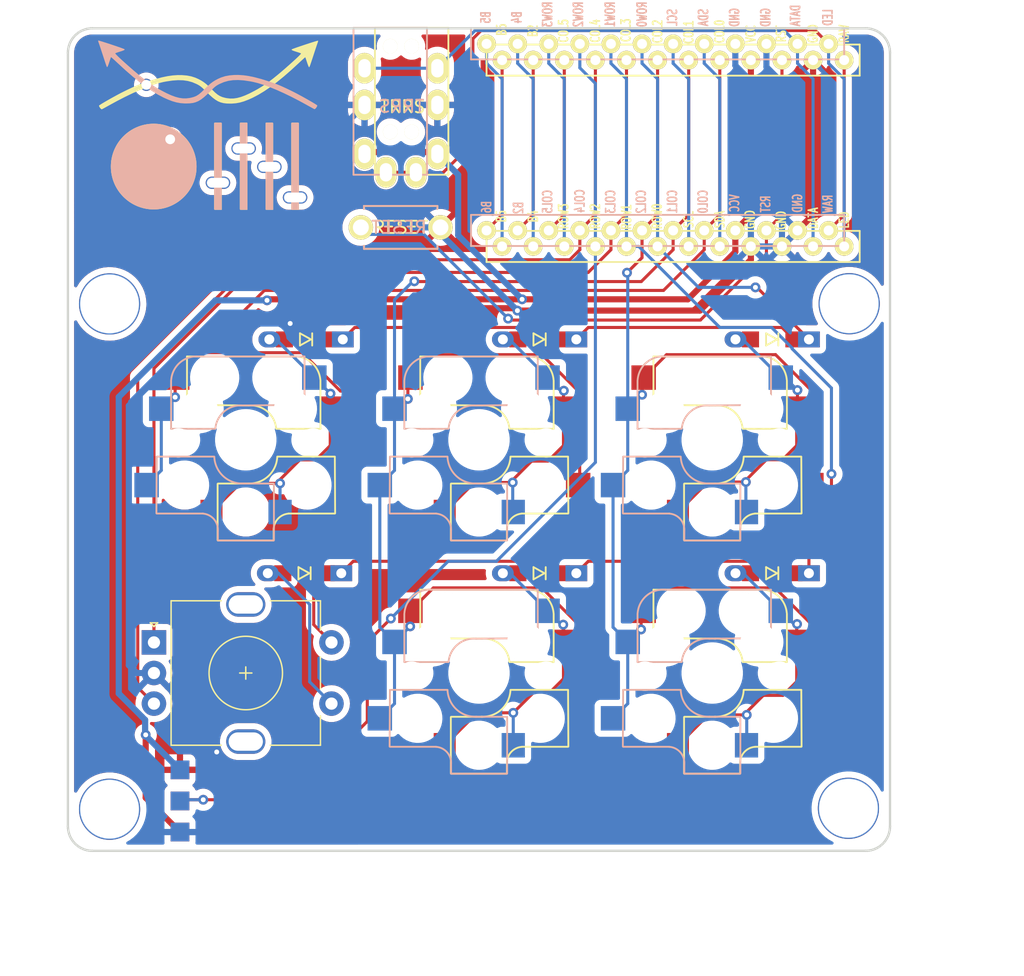
<source format=kicad_pcb>
(kicad_pcb (version 20211014) (generator pcbnew)
  (title_block (title "Seekbar Control Keyboard") (date "2023-12-14"))
  (layers (0 "F.Cu" signal) (31 "B.Cu" signal) (34 "B.Paste" user) (35 "F.Paste" user) (36 "B.SilkS" user "B.Silkscreen") (37 "F.SilkS" user "F.Silkscreen") (38 "B.Mask" user) (39 "F.Mask" user) (44 "Edge.Cuts" user))
  (net 0 "")
  (net 1 "row-0")
  (net 2 "Net-(D1-Pad2)")
  (net 3 "row-1")
  (net 4 "Net-(D2-Pad2)")
  (net 5 "Net-(D3-Pad2)")
  (net 6 "Net-(D4-Pad2)")
  (net 7 "Net-(D5-Pad2)")
  (net 8 "Net-(D6-Pad2)")
  (net 9 "VCC")
  (net 10 "data-TX")
  (net 11 "data-RX")
  (net 12 "GND")
  (net 13 "led-Din")
  (net 14 "col-0")
  (net 15 "rotary-A")
  (net 16 "rotary-B")
  (net 17 "col-1")
  (net 18 "reset")
  (net 19 "col-2")
  (net 20 "unconnected-(U1-Pad24)")
  (net 21 "unconnected-(U1-Pad15)")
  (net 22 "unconnected-(U1-Pad14)")
  (net 23 "unconnected-(U1-Pad13)")
  (net 24 "unconnected-(U1-Pad12)")
  (net 25 "unconnected-(U1-Pad11)")
  (net 26 "unconnected-(U1-Pad10)")
  (net 27 "unconnected-(U1-Pad6)")
  (net 28 "unconnected-(U1-Pad5)")
  (footprint "kbd.pretty:D3_TH_SMD_v2" (layer "F.Cu") (at 87.157504 101.519499 180)
    (fp_text reference "D5" hide)
    (fp_text value "D" hide)
  )
  (footprint "kbd.pretty:MJ-4PP-9" (layer "F.Cu") (at 57.707504 76.069499)
    (fp_text reference "J1")
    (fp_text value "MJ-4PP-9" hide)
  )
  (footprint "kbd.pretty:ResetSW" (layer "F.Cu") (at 56.807504 92.369499 180)
    (fp_text reference "SW5" hide)
    (fp_text value "RESET_SW")
  )
  (footprint "kbd.pretty:D3_TH_SMD_v2" (layer "F.Cu") (at 68.157504 120.619499 180)
    (fp_text reference "D4" hide)
    (fp_text value "D" hide)
  )
  (footprint "kbd.pretty:CherryMX_Choc_Hotswap" (layer "F.Cu") (at 63.207504 109.719499)
    (fp_text reference "SW3" hide)
    (fp_text value "SW_PUSH" hide)
  )
  (footprint "kbd.pretty:HOLE" (layer "F.Cu") (at 33.033004 98.619499)
    (fp_text reference "Ref**")
    (fp_text value "Val**")
  )
  (footprint "kbd.pretty:D3_TH_SMD_v2" (layer "F.Cu") (at 87.157504 120.619499 180)
    (fp_text reference "D6" hide)
    (fp_text value "D" hide)
  )
  (footprint "kbd.pretty:HOLE" (layer "F.Cu") (at 93.384004 139.819499)
    (fp_text reference "Ref**")
    (fp_text value "Val**")
  )
  (footprint "kbd.pretty:D3_TH_SMD_v2" (layer "F.Cu") (at 48.957504 120.619499 180)
    (fp_text reference "D2" hide)
    (fp_text value "D" hide)
  )
  (footprint "kbd.pretty:CherryMX_Choc_Hotswap" (layer "F.Cu") (at 82.257504 128.769499)
    (fp_text reference "SW7" hide)
    (fp_text value "SW_PUSH" hide)
  )
  (footprint "kbd.pretty:ProMicro_v2" (layer "F.Cu") (at 78.557504 86.269499 -90)
    (fp_text reference "U1" hide)
    (fp_text value "ProMicro" hide)
  )
  (footprint "kbd.pretty:CherryMX_Choc_Hotswap" (layer "F.Cu") (at 82.257504 109.719499)
    (fp_text reference "SW6" hide)
    (fp_text value "SW_PUSH" hide)
  )
  (footprint "kbd.pretty:D3_TH_SMD_v2" (layer "F.Cu") (at 68.157504 101.519499 180)
    (fp_text reference "D3" hide)
    (fp_text value "D" hide)
  )
  (footprint "kbd.pretty:HOLE" (layer "F.Cu") (at 33.033004 139.896001)
    (fp_text reference "Ref**")
    (fp_text value "Val**")
  )
  (footprint "kbd.pretty:CherryMX_Choc_Hotswap" (layer "F.Cu") (at 44.157504 109.719499)
    (fp_text reference "SW1" hide)
    (fp_text value "SW_PUSH" hide)
  )
  (footprint "kbd.pretty:StripLED_rev" (layer "F.Cu") (at 38.784004 136.679499)
    (fp_text reference "J2" hide)
    (fp_text value "LED" hide)
  )
  (footprint "logo.pretty:SCK-logo" (layer "F.Cu") (at 41.034071 83.874503)
    (fp_text reference "REF**" hide)
    (fp_text value "SCK-logo" hide)
  )
  (footprint "kbd.pretty:CherryMX_Choc_Hotswap" (layer "F.Cu") (at 63.207504 128.769499)
    (fp_text reference "SW4" hide)
    (fp_text value "SW_PUSH" hide)
  )
  (footprint "kbd.pretty:D3_TH_SMD_v2" (layer "F.Cu") (at 49.082504 101.519499 180)
    (fp_text reference "D1" hide)
    (fp_text value "D" hide)
  )
  (footprint "kbd.pretty:HOLE" (layer "F.Cu") (at 93.445504 98.604499)
    (fp_text reference "Ref**")
    (fp_text value "Val**")
  )
  (footprint "Keebio-Parts.pretty:RotaryEncoder_EC11" (layer "F.Cu") (at 44.157504 128.769499)
    (fp_text reference "SW2")
    (fp_text value "RotaryEncoder_Switch")
  )
  (gr_line (start 30.454504 76.488497) (end 30.454504 76.488497) (layer "Edge.Cuts") (width 0.188976))
  (gr_line (start 95.399501 143.196493) (end 95.399501 143.196493) (layer "Edge.Cuts") (width 0.188976))
  (gr_line (start 30.722504 76.324497) (end 30.864504 76.259497) (layer "Edge.Cuts") (width 0.188976))
  (gr_line (start 30.011504 142.469496) (end 29.924504 142.338499) (layer "Edge.Cuts") (width 0.188976))
  (gr_line (start 96.079501 142.814497) (end 96.079501 142.814497) (layer "Edge.Cuts") (width 0.188976))
  (gr_line (start 31.473504 143.287497) (end 31.317504 143.269499) (layer "Edge.Cuts") (width 0.188976))
  (gr_line (start 95.956507 142.912497) (end 95.956507 142.912497) (layer "Edge.Cuts") (width 0.188976))
  (gr_line (start 31.163504 76.162497) (end 31.317504 76.131497) (layer "Edge.Cuts") (width 0.188976))
  (gr_line (start 96.756503 77.794497) (end 96.756503 77.794497) (layer "Edge.Cuts") (width 0.188976))
  (gr_line (start 31.163504 143.238501) (end 31.011504 143.196493) (layer "Edge.Cuts") (width 0.188976))
  (gr_line (start 29.727504 77.488497) (end 29.782504 77.341497) (layer "Edge.Cuts") (width 0.188976))
  (gr_line (start 96.780505 78.107497) (end 96.781504 141.294501) (layer "Edge.Cuts") (width 0.188976))
  (gr_line (start 95.546504 76.259497) (end 95.546504 76.259497) (layer "Edge.Cuts") (width 0.188976))
  (gr_line (start 96.781504 141.294501) (end 96.774501 141.450499) (layer "Edge.Cuts") (width 0.188976))
  (gr_line (start 31.163504 76.162497) (end 31.163504 76.162497) (layer "Edge.Cuts") (width 0.188976))
  (gr_line (start 31.011504 143.196493) (end 30.864504 143.141501) (layer "Edge.Cuts") (width 0.188976))
  (gr_line (start 96.725505 141.760496) (end 96.725505 141.760496) (layer "Edge.Cuts") (width 0.188976))
  (gr_line (start 96.301501 76.808497) (end 96.301501 76.808497) (layer "Edge.Cuts") (width 0.188976))
  (gr_line (start 29.629504 141.294501) (end 29.629504 141.294501) (layer "Edge.Cuts") (width 0.188976))
  (gr_line (start 29.630504 78.107497) (end 29.630504 78.107497) (layer "Edge.Cuts") (width 0.188976))
  (gr_line (start 29.847504 77.199497) (end 29.847504 77.199497) (layer "Edge.Cuts") (width 0.188976))
  (gr_line (start 29.654504 77.794497) (end 29.654504 77.794497) (layer "Edge.Cuts") (width 0.188976))
  (gr_line (start 29.847504 77.199497) (end 29.924504 77.062497) (layer "Edge.Cuts") (width 0.188976))
  (gr_line (start 94.937503 143.287497) (end 94.937503 143.287497) (layer "Edge.Cuts") (width 0.188976))
  (gr_line (start 95.2475 76.162497) (end 95.399501 76.204497) (layer "Edge.Cuts") (width 0.188976))
  (gr_line (start 29.636504 141.450499) (end 29.629504 141.294501) (layer "Edge.Cuts") (width 0.188976))
  (gr_line (start 29.685504 141.760496) (end 29.685504 141.760496) (layer "Edge.Cuts") (width 0.188976))
  (gr_line (start 96.195506 142.708494) (end 96.079501 142.814497) (layer "Edge.Cuts") (width 0.188976))
  (gr_line (start 31.473504 143.287497) (end 31.473504 143.287497) (layer "Edge.Cuts") (width 0.188976))
  (gr_line (start 30.011504 76.931497) (end 30.011504 76.931497) (layer "Edge.Cuts") (width 0.188976))
  (gr_line (start 30.011504 142.469496) (end 30.011504 142.469496) (layer "Edge.Cuts") (width 0.188976))
  (gr_line (start 29.782504 142.0595) (end 29.782504 142.0595) (layer "Edge.Cuts") (width 0.188976))
  (gr_line (start 31.317504 143.269499) (end 31.317504 143.269499) (layer "Edge.Cuts") (width 0.188976))
  (gr_line (start 30.331504 142.814497) (end 30.331504 142.814497) (layer "Edge.Cuts") (width 0.188976))
  (gr_line (start 31.011504 76.204497) (end 31.163504 76.162497) (layer "Edge.Cuts") (width 0.188976))
  (gr_line (start 96.628505 77.341497) (end 96.683505 77.488497) (layer "Edge.Cuts") (width 0.188976))
  (gr_line (start 30.215504 142.708494) (end 30.215504 142.708494) (layer "Edge.Cuts") (width 0.188976))
  (gr_line (start 95.2475 143.238501) (end 95.093501 143.269499) (layer "Edge.Cuts") (width 0.188976))
  (gr_line (start 29.847504 142.201498) (end 29.782504 142.0595) (layer "Edge.Cuts") (width 0.188976))
  (gr_line (start 29.654504 141.606497) (end 29.636504 141.450499) (layer "Edge.Cuts") (width 0.188976))
  (gr_line (start 96.683505 77.488497) (end 96.725505 77.640497) (layer "Edge.Cuts") (width 0.188976))
  (gr_line (start 96.486506 142.338499) (end 96.486506 142.338499) (layer "Edge.Cuts") (width 0.188976))
  (gr_line (start 96.683505 77.488497) (end 96.683505 77.488497) (layer "Edge.Cuts") (width 0.188976))
  (gr_line (start 30.864504 143.141501) (end 30.722504 143.076498) (layer "Edge.Cuts") (width 0.188976))
  (gr_line (start 95.399501 76.204497) (end 95.546504 76.259497) (layer "Edge.Cuts") (width 0.188976))
  (gr_line (start 30.331504 142.814497) (end 30.215504 142.708494) (layer "Edge.Cuts") (width 0.188976))
  (gr_line (start 96.683505 141.912497) (end 96.628505 142.0595) (layer "Edge.Cuts") (width 0.188976))
  (gr_line (start 30.585504 142.999495) (end 30.454504 142.912497) (layer "Edge.Cuts") (width 0.188976))
  (gr_line (start 96.628505 142.0595) (end 96.563502 142.201498) (layer "Edge.Cuts") (width 0.188976))
  (gr_line (start 96.399501 76.931497) (end 96.399501 76.931497) (layer "Edge.Cuts") (width 0.188976))
  (gr_line (start 96.628505 142.0595) (end 96.628505 142.0595) (layer "Edge.Cuts") (width 0.188976))
  (gr_line (start 95.546504 143.141501) (end 95.399501 143.196493) (layer "Edge.Cuts") (width 0.188976))
  (gr_line (start 30.109504 76.808497) (end 30.215504 76.692497) (layer "Edge.Cuts") (width 0.188976))
  (gr_line (start 30.454504 76.488497) (end 30.585504 76.401497) (layer "Edge.Cuts") (width 0.188976))
  (gr_line (start 31.630504 143.294501) (end 31.630504 143.294501) (layer "Edge.Cuts") (width 0.188976))
  (gr_line (start 95.2475 143.238501) (end 95.2475 143.238501) (layer "Edge.Cuts") (width 0.188976))
  (gr_line (start 96.628505 77.341497) (end 96.628505 77.341497) (layer "Edge.Cuts") (width 0.188976))
  (gr_line (start 96.774501 77.950497) (end 96.780505 78.107497) (layer "Edge.Cuts") (width 0.188976))
  (gr_line (start 29.782504 77.341497) (end 29.847504 77.199497) (layer "Edge.Cuts") (width 0.188976))
  (gr_line (start 31.163504 143.238501) (end 31.163504 143.238501) (layer "Edge.Cuts") (width 0.188976))
  (gr_line (start 95.825503 76.401497) (end 95.956507 76.488497) (layer "Edge.Cuts") (width 0.188976))
  (gr_line (start 95.546504 143.141501) (end 95.546504 143.141501) (layer "Edge.Cuts") (width 0.188976))
  (gr_line (start 96.780505 78.107497) (end 96.780505 78.107497) (layer "Edge.Cuts") (width 0.188976))
  (gr_line (start 31.011504 76.204497) (end 31.011504 76.204497) (layer "Edge.Cuts") (width 0.188976))
  (gr_line (start 29.924504 142.338499) (end 29.847504 142.201498) (layer "Edge.Cuts") (width 0.188976))
  (gr_line (start 30.109504 142.592497) (end 30.011504 142.469496) (layer "Edge.Cuts") (width 0.188976))
  (gr_line (start 95.093501 76.131497) (end 95.2475 76.162497) (layer "Edge.Cuts") (width 0.188976))
  (gr_line (start 95.956507 142.912497) (end 95.825503 142.999495) (layer "Edge.Cuts") (width 0.188976))
  (gr_line (start 29.629504 141.294501) (end 29.630504 78.107497) (layer "Edge.Cuts") (width 0.188976))
  (gr_line (start 96.774501 141.450499) (end 96.756503 141.606497) (layer "Edge.Cuts") (width 0.188976))
  (gr_line (start 96.399501 76.931497) (end 96.486506 77.062497) (layer "Edge.Cuts") (width 0.188976))
  (gr_line (start 30.864504 143.141501) (end 30.864504 143.141501) (layer "Edge.Cuts") (width 0.188976))
  (gr_line (start 96.195506 76.692497) (end 96.301501 76.808497) (layer "Edge.Cuts") (width 0.188976))
  (gr_line (start 31.630504 143.294501) (end 31.473504 143.287497) (layer "Edge.Cuts") (width 0.188976))
  (gr_line (start 29.782504 77.341497) (end 29.782504 77.341497) (layer "Edge.Cuts") (width 0.188976))
  (gr_line (start 29.636504 77.950497) (end 29.636504 77.950497) (layer "Edge.Cuts") (width 0.188976))
  (gr_line (start 29.924504 142.338499) (end 29.924504 142.338499) (layer "Edge.Cuts") (width 0.188976))
  (gr_line (start 30.864504 76.259497) (end 30.864504 76.259497) (layer "Edge.Cuts") (width 0.188976))
  (gr_line (start 95.956507 76.488497) (end 95.956507 76.488497) (layer "Edge.Cuts") (width 0.188976))
  (gr_line (start 30.722504 143.076498) (end 30.722504 143.076498) (layer "Edge.Cuts") (width 0.188976))
  (gr_line (start 96.756503 77.794497) (end 96.774501 77.950497) (layer "Edge.Cuts") (width 0.188976))
  (gr_line (start 29.654504 141.606497) (end 29.654504 141.606497) (layer "Edge.Cuts") (width 0.188976))
  (gr_line (start 29.636504 77.950497) (end 29.654504 77.794497) (layer "Edge.Cuts") (width 0.188976))
  (gr_line (start 29.727504 77.488497) (end 29.727504 77.488497) (layer "Edge.Cuts") (width 0.188976))
  (gr_line (start 96.774501 141.450499) (end 96.774501 141.450499) (layer "Edge.Cuts") (width 0.188976))
  (gr_line (start 30.722504 76.324497) (end 30.722504 76.324497) (layer "Edge.Cuts") (width 0.188976))
  (gr_line (start 96.756503 141.606497) (end 96.725505 141.760496) (layer "Edge.Cuts") (width 0.188976))
  (gr_line (start 29.685504 77.640497) (end 29.685504 77.640497) (layer "Edge.Cuts") (width 0.188976))
  (gr_line (start 30.109504 76.808497) (end 30.109504 76.808497) (layer "Edge.Cuts") (width 0.188976))
  (gr_line (start 94.781504 143.293493) (end 94.781504 143.293493) (layer "Edge.Cuts") (width 0.188976))
  (gr_line (start 96.725505 77.640497) (end 96.725505 77.640497) (layer "Edge.Cuts") (width 0.188976))
  (gr_line (start 29.727504 141.912497) (end 29.727504 141.912497) (layer "Edge.Cuts") (width 0.188976))
  (gr_line (start 29.782504 142.0595) (end 29.727504 141.912497) (layer "Edge.Cuts") (width 0.188976))
  (gr_line (start 96.301501 142.592497) (end 96.301501 142.592497) (layer "Edge.Cuts") (width 0.188976))
  (gr_line (start 96.756503 141.606497) (end 96.756503 141.606497) (layer "Edge.Cuts") (width 0.188976))
  (gr_line (start 95.688502 76.324497) (end 95.825503 76.401497) (layer "Edge.Cuts") (width 0.188976))
  (gr_line (start 30.722504 143.076498) (end 30.585504 142.999495) (layer "Edge.Cuts") (width 0.188976))
  (gr_line (start 94.937503 76.113497) (end 94.937503 76.113497) (layer "Edge.Cuts") (width 0.188976))
  (gr_line (start 29.924504 77.062497) (end 30.011504 76.931497) (layer "Edge.Cuts") (width 0.188976))
  (gr_line (start 96.563502 142.201498) (end 96.563502 142.201498) (layer "Edge.Cuts") (width 0.188976))
  (gr_line (start 95.093501 143.269499) (end 95.093501 143.269499) (layer "Edge.Cuts") (width 0.188976))
  (gr_line (start 96.725505 77.640497) (end 96.756503 77.794497) (layer "Edge.Cuts") (width 0.188976))
  (gr_line (start 30.215504 76.692497) (end 30.331504 76.586497) (layer "Edge.Cuts") (width 0.188976))
  (gr_line (start 30.331504 76.586497) (end 30.454504 76.488497) (layer "Edge.Cuts") (width 0.188976))
  (gr_line (start 30.215504 142.708494) (end 30.109504 142.592497) (layer "Edge.Cuts") (width 0.188976))
  (gr_line (start 31.317504 143.269499) (end 31.163504 143.238501) (layer "Edge.Cuts") (width 0.188976))
  (gr_line (start 95.688502 143.076498) (end 95.688502 143.076498) (layer "Edge.Cuts") (width 0.188976))
  (gr_line (start 96.683505 141.912497) (end 96.683505 141.912497) (layer "Edge.Cuts") (width 0.188976))
  (gr_line (start 96.079501 142.814497) (end 95.956507 142.912497) (layer "Edge.Cuts") (width 0.188976))
  (gr_line (start 96.486506 77.062497) (end 96.486506 77.062497) (layer "Edge.Cuts") (width 0.188976))
  (gr_line (start 94.937503 76.113497) (end 95.093501 76.131497) (layer "Edge.Cuts") (width 0.188976))
  (gr_line (start 31.473504 76.113497) (end 31.630504 76.106497) (layer "Edge.Cuts") (width 0.188976))
  (gr_line (start 31.011504 143.196493) (end 31.011504 143.196493) (layer "Edge.Cuts") (width 0.188976))
  (gr_line (start 96.301501 142.592497) (end 96.195506 142.708494) (layer "Edge.Cuts") (width 0.188976))
  (gr_line (start 31.317504 76.131497) (end 31.317504 76.131497) (layer "Edge.Cuts") (width 0.188976))
  (gr_line (start 30.864504 76.259497) (end 31.011504 76.204497) (layer "Edge.Cuts") (width 0.188976))
  (gr_line (start 94.781504 76.107497) (end 94.937503 76.113497) (layer "Edge.Cuts") (width 0.188976))
  (gr_line (start 29.630504 78.107497) (end 29.636504 77.950497) (layer "Edge.Cuts") (width 0.188976))
  (gr_line (start 94.937503 143.287497) (end 94.781504 143.293493) (layer "Edge.Cuts") (width 0.188976))
  (gr_line (start 96.399501 142.469496) (end 96.399501 142.469496) (layer "Edge.Cuts") (width 0.188976))
  (gr_line (start 96.774501 77.950497) (end 96.774501 77.950497) (layer "Edge.Cuts") (width 0.188976))
  (gr_line (start 95.688502 76.324497) (end 95.688502 76.324497) (layer "Edge.Cuts") (width 0.188976))
  (gr_line (start 96.563502 77.199497) (end 96.563502 77.199497) (layer "Edge.Cuts") (width 0.188976))
  (gr_line (start 30.109504 142.592497) (end 30.109504 142.592497) (layer "Edge.Cuts") (width 0.188976))
  (gr_line (start 31.630504 76.106497) (end 31.630504 76.106497) (layer "Edge.Cuts") (width 0.188976))
  (gr_line (start 95.688502 143.076498) (end 95.546504 143.141501) (layer "Edge.Cuts") (width 0.188976))
  (gr_line (start 96.725505 141.760496) (end 96.683505 141.912497) (layer "Edge.Cuts") (width 0.188976))
  (gr_line (start 96.301501 76.808497) (end 96.399501 76.931497) (layer "Edge.Cuts") (width 0.188976))
  (gr_line (start 29.924504 77.062497) (end 29.924504 77.062497) (layer "Edge.Cuts") (width 0.188976))
  (gr_line (start 30.215504 76.692497) (end 30.215504 76.692497) (layer "Edge.Cuts") (width 0.188976))
  (gr_line (start 30.585504 142.999495) (end 30.585504 142.999495) (layer "Edge.Cuts") (width 0.188976))
  (gr_line (start 29.847504 142.201498) (end 29.847504 142.201498) (layer "Edge.Cuts") (width 0.188976))
  (gr_line (start 30.454504 142.912497) (end 30.331504 142.814497) (layer "Edge.Cuts") (width 0.188976))
  (gr_line (start 30.585504 76.401497) (end 30.722504 76.324497) (layer "Edge.Cuts") (width 0.188976))
  (gr_line (start 95.825503 142.999495) (end 95.825503 142.999495) (layer "Edge.Cuts") (width 0.188976))
  (gr_line (start 95.956507 76.488497) (end 96.079501 76.586497) (layer "Edge.Cuts") (width 0.188976))
  (gr_line (start 96.781504 141.294501) (end 96.781504 141.294501) (layer "Edge.Cuts") (width 0.188976))
  (gr_line (start 31.473504 76.113497) (end 31.473504 76.113497) (layer "Edge.Cuts") (width 0.188976))
  (gr_line (start 96.486506 77.062497) (end 96.563502 77.199497) (layer "Edge.Cuts") (width 0.188976))
  (gr_line (start 96.079501 76.586497) (end 96.195506 76.692497) (layer "Edge.Cuts") (width 0.188976))
  (gr_line (start 29.685504 141.760496) (end 29.654504 141.606497) (layer "Edge.Cuts") (width 0.188976))
  (gr_line (start 29.727504 141.912497) (end 29.685504 141.760496) (layer "Edge.Cuts") (width 0.188976))
  (gr_line (start 29.685504 77.640497) (end 29.727504 77.488497) (layer "Edge.Cuts") (width 0.188976))
  (gr_line (start 95.546504 76.259497) (end 95.688502 76.324497) (layer "Edge.Cuts") (width 0.188976))
  (gr_line (start 30.454504 142.912497) (end 30.454504 142.912497) (layer "Edge.Cuts") (width 0.188976))
  (gr_line (start 95.399501 143.196493) (end 95.2475 143.238501) (layer "Edge.Cuts") (width 0.188976))
  (gr_line (start 96.195506 142.708494) (end 96.195506 142.708494) (layer "Edge.Cuts") (width 0.188976))
  (gr_line (start 31.317504 76.131497) (end 31.473504 76.113497) (layer "Edge.Cuts") (width 0.188976))
  (gr_line (start 95.093501 143.269499) (end 94.937503 143.287497) (layer "Edge.Cuts") (width 0.188976))
  (gr_line (start 94.781504 143.293493) (end 31.630504 143.294501) (layer "Edge.Cuts") (width 0.188976))
  (gr_line (start 96.399501 142.469496) (end 96.301501 142.592497) (layer "Edge.Cuts") (width 0.188976))
  (gr_line (start 95.093501 76.131497) (end 95.093501 76.131497) (layer "Edge.Cuts") (width 0.188976))
  (gr_line (start 30.331504 76.586497) (end 30.331504 76.586497) (layer "Edge.Cuts") (width 0.188976))
  (gr_line (start 29.636504 141.450499) (end 29.636504 141.450499) (layer "Edge.Cuts") (width 0.188976))
  (gr_line (start 95.825503 76.401497) (end 95.825503 76.401497) (layer "Edge.Cuts") (width 0.188976))
  (gr_line (start 95.825503 142.999495) (end 95.688502 143.076498) (layer "Edge.Cuts") (width 0.188976))
  (gr_line (start 95.2475 76.162497) (end 95.2475 76.162497) (layer "Edge.Cuts") (width 0.188976))
  (gr_line (start 30.585504 76.401497) (end 30.585504 76.401497) (layer "Edge.Cuts") (width 0.188976))
  (gr_line (start 29.654504 77.794497) (end 29.685504 77.640497) (layer "Edge.Cuts") (width 0.188976))
  (gr_line (start 30.011504 76.931497) (end 30.109504 76.808497) (layer "Edge.Cuts") (width 0.188976))
  (gr_line (start 96.563502 77.199497) (end 96.628505 77.341497) (layer "Edge.Cuts") (width 0.188976))
  (gr_line (start 96.195506 76.692497) (end 96.195506 76.692497) (layer "Edge.Cuts") (width 0.188976))
  (gr_line (start 96.486506 142.338499) (end 96.399501 142.469496) (layer "Edge.Cuts") (width 0.188976))
  (gr_line (start 96.563502 142.201498) (end 96.486506 142.338499) (layer "Edge.Cuts") (width 0.188976))
  (gr_line (start 96.079501 76.586497) (end 96.079501 76.586497) (layer "Edge.Cuts") (width 0.188976))
  (gr_line (start 95.399501 76.204497) (end 95.399501 76.204497) (layer "Edge.Cuts") (width 0.188976))
  (gr_line (start 31.630504 76.106497) (end 94.781504 76.107497) (layer "Edge.Cuts") (width 0.188976))
  (segment (start 69.932504 101.519499) (end 68.957993 100.544988) (width 0.25) (layer "F.Cu") (net 1))
  (segment (start 53.057015 100.544988) (end 52.082504 101.519499) (width 0.25) (layer "F.Cu") (net 1))
  (segment (start 72.132024 100.544979) (end 71.157504 101.519499) (width 0.25) (layer "F.Cu") (net 1))
  (segment (start 85.787504 97.269499) (end 85.837504 97.319499) (width 0.25) (layer "F.Cu") (net 1))
  (segment (start 88.932504 101.519499) (end 87.957984 100.544979) (width 0.25) (layer "F.Cu") (net 1))
  (segment (start 71.157504 101.519499) (end 69.932504 101.519499) (width 0.25) (layer "F.Cu") (net 1))
  (segment (start 90.157504 101.519499) (end 88.932504 101.519499) (width 0.25) (layer "F.Cu") (net 1))
  (segment (start 85.837504 97.319499) (end 85.957504 97.319499) (width 0.25) (layer "F.Cu") (net 1))
  (segment (start 85.957504 97.319499) (end 90.157504 101.519499) (width 0.25) (layer "F.Cu") (net 1))
  (segment (start 68.957993 100.544988) (end 53.057015 100.544988) (width 0.25) (layer "F.Cu") (net 1))
  (segment (start 87.957984 100.544979) (end 72.132024 100.544979) (width 0.25) (layer "F.Cu") (net 1))
  (segment (start 52.082504 101.519499) (end 50.857504 101.519499) (width 0.25) (layer "F.Cu") (net 1))
  (via (at 85.787504 97.269499) (size 0.8) (drill 0.4) (layers "F.Cu" "B.Cu") (net 1))
  (segment (start 77.795504 93.925899) (end 77.795504 80.242459) (width 0.25) (layer "B.Cu") (net 1))
  (segment (start 81.139104 97.269499) (end 77.795504 93.925899) (width 0.25) (layer "B.Cu") (net 1))
  (segment (start 76.525504 78.972459) (end 76.525504 77.379499) (width 0.25) (layer "B.Cu") (net 1))
  (segment (start 77.795504 80.242459) (end 76.525504 78.972459) (width 0.25) (layer "B.Cu") (net 1))
  (segment (start 85.787504 97.269499) (end 81.139104 97.269499) (width 0.25) (layer "B.Cu") (net 1))
  (segment (start 46.957504 113.279499) (end 43.697504 113.279499) (width 0.25) (layer "F.Cu") (net 2))
  (segment (start 43.697504 113.279499) (end 41.357504 115.619499) (width 0.25) (layer "F.Cu") (net 2))
  (segment (start 51.057504 110.192656) (end 49.890661 111.359499) (width 0.25) (layer "F.Cu") (net 2))
  (segment (start 51.057504 107.179499) (end 51.057504 110.192656) (width 0.25) (layer "F.Cu") (net 2))
  (segment (start 46.957504 112.968525) (end 46.957504 113.279499) (width 0.25) (layer "F.Cu") (net 2))
  (segment (start 51.057504 105.969499) (end 51.077504 105.949499) (width 0.25) (layer "F.Cu") (net 2))
  (segment (start 49.890661 111.359499) (end 48.56653 111.359499) (width 0.25) (layer "F.Cu") (net 2))
  (segment (start 51.057504 107.179499) (end 51.057504 105.969499) (width 0.25) (layer "F.Cu") (net 2))
  (segment (start 48.56653 111.359499) (end 46.957504 112.968525) (width 0.25) (layer "F.Cu") (net 2))
  (via (at 51.077504 105.949499) (size 0.8) (drill 0.4) (layers "F.Cu" "B.Cu") (net 2))
  (via (at 46.957504 113.279499) (size 0.8) (drill 0.4) (layers "F.Cu" "B.Cu") (net 2))
  (segment (start 46.637504 101.519499) (end 46.082504 101.519499) (width 0.25) (layer "B.Cu") (net 2))
  (segment (start 51.077504 105.949499) (end 51.067504 105.949499) (width 0.25) (layer "B.Cu") (net 2))
  (segment (start 49.757504 104.639499) (end 46.637504 101.519499) (width 0.25) (layer "B.Cu") (net 2))
  (segment (start 46.957504 113.279499) (end 46.957504 115.619499) (width 0.25) (layer "B.Cu") (net 2))
  (segment (start 51.067504 105.949499) (end 49.757504 104.639499) (width 0.25) (layer "B.Cu") (net 2))
  (segment (start 91.997504 112.509499) (end 91.997504 114.428521) (width 0.25) (layer "F.Cu") (net 3))
  (segment (start 69.932504 120.619499) (end 68.957993 119.644988) (width 0.25) (layer "F.Cu") (net 3))
  (segment (start 72.132024 119.644979) (end 71.157504 120.619499) (width 0.25) (layer "F.Cu") (net 3))
  (segment (start 91.997504 114.428521) (end 90.157504 116.268521) (width 0.25) (layer "F.Cu") (net 3))
  (segment (start 68.957993 119.644988) (end 52.932015 119.644988) (width 0.25) (layer "F.Cu") (net 3))
  (segment (start 87.957984 119.644979) (end 72.132024 119.644979) (width 0.25) (layer "F.Cu") (net 3))
  (segment (start 52.932015 119.644988) (end 51.957504 120.619499) (width 0.25) (layer "F.Cu") (net 3))
  (segment (start 88.932504 120.619499) (end 87.957984 119.644979) (width 0.25) (layer "F.Cu") (net 3))
  (segment (start 50.732504 120.619499) (end 51.957504 120.619499) (width 0.25) (layer "F.Cu") (net 3))
  (segment (start 90.157504 116.268521) (end 90.157504 120.619499) (width 0.25) (layer "F.Cu") (net 3))
  (via (at 91.997504 112.509499) (size 0.8) (drill 0.4) (layers "F.Cu" "B.Cu") (net 3))
  (segment (start 87.109484 100.544979) (end 82.878024 100.544979) (width 0.25) (layer "B.Cu") (net 3))
  (segment (start 73.985504 78.972459) (end 73.985504 77.379499) (width 0.25) (layer "B.Cu") (net 3))
  (segment (start 91.995493 105.492748) (end 88.784004 102.281259) (width 0.25) (layer "B.Cu") (net 3))
  (segment (start 76.258944 93.925899) (end 75.255504 93.925899) (width 0.25) (layer "B.Cu") (net 3))
  (segment (start 75.255504 93.925899) (end 75.255504 80.242459) (width 0.25) (layer "B.Cu") (net 3))
  (segment (start 88.784004 102.219499) (end 87.109484 100.544979) (width 0.25) (layer "B.Cu") (net 3))
  (segment (start 75.255504 80.242459) (end 73.985504 78.972459) (width 0.25) (layer "B.Cu") (net 3))
  (segment (start 82.878024 100.544979) (end 76.258944 93.925899) (width 0.25) (layer "B.Cu") (net 3))
  (segment (start 88.784004 102.281259) (end 88.784004 102.219499) (width 0.25) (layer "B.Cu") (net 3))
  (segment (start 91.997504 112.509499) (end 91.995493 112.507488) (width 0.25) (layer "B.Cu") (net 3))
  (segment (start 91.995493 112.507488) (end 91.995493 105.492748) (width 0.25) (layer "B.Cu") (net 3))
  (segment (start 49.377504 129.489499) (end 51.157504 131.269499) (width 0.25) (layer "B.Cu") (net 4))
  (segment (start 49.377504 123.169499) (end 49.377504 129.489499) (width 0.25) (layer "B.Cu") (net 4))
  (segment (start 46.827504 120.619499) (end 49.377504 123.169499) (width 0.25) (layer "B.Cu") (net 4))
  (segment (start 45.957504 120.619499) (end 46.827504 120.619499) (width 0.25) (layer "B.Cu") (net 4))
  (segment (start 65.962488 113.207222) (end 62.819781 113.207222) (width 0.25) (layer "F.Cu") (net 5))
  (segment (start 62.819781 113.207222) (end 60.407504 115.619499) (width 0.25) (layer "F.Cu") (net 5))
  (segment (start 70.107504 105.739499) (end 70.137504 105.709499) (width 0.25) (layer "F.Cu") (net 5))
  (segment (start 67.507504 111.459499) (end 65.962488 113.004515) (width 0.25) (layer "F.Cu") (net 5))
  (segment (start 68.840661 111.459499) (end 67.507504 111.459499) (width 0.25) (layer "F.Cu") (net 5))
  (segment (start 70.107504 107.179499) (end 70.107504 110.192656) (width 0.25) (layer "F.Cu") (net 5))
  (segment (start 70.107504 110.192656) (end 68.840661 111.459499) (width 0.25) (layer "F.Cu") (net 5))
  (segment (start 65.962488 113.004515) (end 65.962488 113.207222) (width 0.25) (layer "F.Cu") (net 5))
  (segment (start 70.107504 107.179499) (end 70.107504 105.739499) (width 0.25) (layer "F.Cu") (net 5))
  (via (at 70.137504 105.709499) (size 0.8) (drill 0.4) (layers "F.Cu" "B.Cu") (net 5))
  (via (at 65.962488 113.207222) (size 0.8) (drill 0.4) (layers "F.Cu" "B.Cu") (net 5))
  (segment (start 65.962488 115.574483) (end 66.007504 115.619499) (width 0.25) (layer "B.Cu") (net 5))
  (segment (start 65.687504 101.519499) (end 65.157504 101.519499) (width 0.25) (layer "B.Cu") (net 5))
  (segment (start 65.962488 113.207222) (end 65.962488 115.574483) (width 0.25) (layer "B.Cu") (net 5))
  (segment (start 70.137504 105.709499) (end 69.877504 105.709499) (width 0.25) (layer "B.Cu") (net 5))
  (segment (start 69.877504 105.709499) (end 68.807504 104.639499) (width 0.25) (layer "B.Cu") (net 5))
  (segment (start 68.807504 104.639499) (end 65.687504 101.519499) (width 0.25) (layer "B.Cu") (net 5))
  (segment (start 67.733433 130.292596) (end 66.006331 132.019698) (width 0.25) (layer "F.Cu") (net 6))
  (segment (start 69.057564 130.292596) (end 67.733433 130.292596) (width 0.25) (layer "F.Cu") (net 6))
  (segment (start 63.057305 132.019698) (end 60.407504 134.669499) (width 0.25) (layer "F.Cu") (net 6))
  (segment (start 70.107504 126.229499) (end 70.107504 124.839499) (width 0.25) (layer "F.Cu") (net 6))
  (segment (start 70.107504 129.242656) (end 69.057564 130.292596) (width 0.25) (layer "F.Cu") (net 6))
  (segment (start 66.006331 132.019698) (end 63.057305 132.019698) (width 0.25) (layer "F.Cu") (net 6))
  (segment (start 70.107504 126.229499) (end 70.107504 129.242656) (width 0.25) (layer "F.Cu") (net 6))
  (segment (start 70.107504 124.839499) (end 70.087504 124.819499) (width 0.25) (layer "F.Cu") (net 6))
  (via (at 70.087504 124.819499) (size 0.8) (drill 0.4) (layers "F.Cu" "B.Cu") (net 6))
  (via (at 66.006331 132.019698) (size 0.8) (drill 0.4) (layers "F.Cu" "B.Cu") (net 6))
  (segment (start 68.807504 123.689499) (end 65.737504 120.619499) (width 0.25) (layer "B.Cu") (net 6))
  (segment (start 66.006331 132.019698) (end 66.007504 132.020871) (width 0.25) (layer "B.Cu") (net 6))
  (segment (start 66.007504 132.020871) (end 66.007504 134.669499) (width 0.25) (layer "B.Cu") (net 6))
  (segment (start 70.087504 124.819499) (end 69.937504 124.819499) (width 0.25) (layer "B.Cu") (net 6))
  (segment (start 69.937504 124.819499) (end 68.807504 123.689499) (width 0.25) (layer "B.Cu") (net 6))
  (segment (start 65.737504 120.619499) (end 65.157504 120.619499) (width 0.25) (layer "B.Cu") (net 6))
  (segment (start 88.000661 111.349499) (end 86.67653 111.349499) (width 0.25) (layer "F.Cu") (net 7))
  (segment (start 89.157504 110.192656) (end 88.000661 111.349499) (width 0.25) (layer "F.Cu") (net 7))
  (segment (start 85.007504 113.018525) (end 85.007504 113.169499) (width 0.25) (layer "F.Cu") (net 7))
  (segment (start 89.217504 105.659499) (end 89.217504 107.119499) (width 0.25) (layer "F.Cu") (net 7))
  (segment (start 86.67653 111.349499) (end 85.007504 113.018525) (width 0.25) (layer "F.Cu") (net 7))
  (segment (start 85.007504 113.169499) (end 81.907504 113.169499) (width 0.25) (layer "F.Cu") (net 7))
  (segment (start 81.907504 113.169499) (end 79.457504 115.619499) (width 0.25) (layer "F.Cu") (net 7))
  (segment (start 89.217504 107.119499) (end 89.157504 107.179499) (width 0.25) (layer "F.Cu") (net 7))
  (segment (start 89.157504 107.179499) (end 89.157504 110.192656) (width 0.25) (layer "F.Cu") (net 7))
  (via (at 85.007504 113.169499) (size 0.8) (drill 0.4) (layers "F.Cu" "B.Cu") (net 7))
  (via (at 89.217504 105.659499) (size 0.8) (drill 0.4) (layers "F.Cu" "B.Cu") (net 7))
  (segment (start 87.857504 104.639499) (end 84.737504 101.519499) (width 0.25) (layer "B.Cu") (net 7))
  (segment (start 84.737504 101.519499) (end 84.157504 101.519499) (width 0.25) (layer "B.Cu") (net 7))
  (segment (start 85.007504 113.169499) (end 85.007504 115.569499) (width 0.25) (layer "B.Cu") (net 7))
  (segment (start 88.197504 104.639499) (end 89.217504 105.659499) (width 0.25) (layer "B.Cu") (net 7))
  (segment (start 85.007504 115.569499) (end 85.057504 115.619499) (width 0.25) (layer "B.Cu") (net 7))
  (segment (start 87.857504 104.639499) (end 88.197504 104.639499) (width 0.25) (layer "B.Cu") (net 7))
  (segment (start 81.937504 132.189499) (end 79.457504 134.669499) (width 0.25) (layer "F.Cu") (net 8))
  (segment (start 86.432025 130.594978) (end 85.077504 131.949499) (width 0.25) (layer "F.Cu") (net 8))
  (segment (start 89.157504 126.229499) (end 89.157504 129.471431) (width 0.25) (layer "F.Cu") (net 8))
  (segment (start 85.077504 132.189499) (end 81.937504 132.189499) (width 0.25) (layer "F.Cu") (net 8))
  (segment (start 89.157504 126.229499) (end 89.157504 124.799499) (width 0.25) (layer "F.Cu") (net 8))
  (segment (start 88.033957 130.594978) (end 86.432025 130.594978) (width 0.25) (layer "F.Cu") (net 8))
  (segment (start 89.157504 129.471431) (end 88.033957 130.594978) (width 0.25) (layer "F.Cu") (net 8))
  (segment (start 89.157504 124.799499) (end 89.187504 124.769499) (width 0.25) (layer "F.Cu") (net 8))
  (segment (start 85.077504 131.949499) (end 85.077504 132.189499) (width 0.25) (layer "F.Cu") (net 8))
  (via (at 85.077504 132.189499) (size 0.8) (drill 0.4) (layers "F.Cu" "B.Cu") (net 8))
  (via (at 89.187504 124.769499) (size 0.8) (drill 0.4) (layers "F.Cu" "B.Cu") (net 8))
  (segment (start 85.077504 134.649499) (end 85.057504 134.669499) (width 0.25) (layer "B.Cu") (net 8))
  (segment (start 87.857504 123.689499) (end 84.787504 120.619499) (width 0.25) (layer "B.Cu") (net 8))
  (segment (start 89.187504 124.769499) (end 88.937504 124.769499) (width 0.25) (layer "B.Cu") (net 8))
  (segment (start 88.937504 124.769499) (end 87.857504 123.689499) (width 0.25) (layer "B.Cu") (net 8))
  (segment (start 84.787504 120.619499) (end 84.157504 120.619499) (width 0.25) (layer "B.Cu") (net 8))
  (segment (start 85.077504 132.189499) (end 85.077504 134.649499) (width 0.25) (layer "B.Cu") (net 8))
  (segment (start 85.415504 78.705899) (end 85.415504 91.349499) (width 0.5) (layer "F.Cu") (net 9))
  (segment (start 54.007024 86.219979) (end 53.857504 86.369499) (width 0.5) (layer "F.Cu") (net 9))
  (segment (start 59.657984 86.219979) (end 54.007024 86.219979) (width 0.5) (layer "F.Cu") (net 9))
  (segment (start 35.984004 133.819499) (end 35.984004 138.959499) (width 0.5) (layer "F.Cu") (net 9))
  (segment (start 80.27074 98.243999) (end 66.727504 98.243999) (width 0.5) (layer "F.Cu") (net 9))
  (segment (start 84.145504 94.369235) (end 80.27074 98.243999) (width 0.5) (layer "F.Cu") (net 9))
  (segment (start 66.727504 98.243999) (end 45.977602 98.243999) (width 0.5) (layer "F.Cu") (net 9))
  (segment (start 59.807504 86.369499) (end 59.657984 86.219979) (width 0.5) (layer "F.Cu") (net 9))
  (segment (start 35.984004 138.959499) (end 38.784004 141.759499) (width 0.5) (layer "F.Cu") (net 9))
  (segment (start 45.977602 98.243999) (end 45.893053 98.328548) (width 0.5) (layer "F.Cu") (net 9))
  (segment (start 85.415504 91.349499) (end 84.145504 92.619499) (width 0.5) (layer "F.Cu") (net 9))
  (segment (start 84.145504 92.619499) (end 84.145504 94.369235) (width 0.5) (layer "F.Cu") (net 9))
  (via (at 66.727504 98.243999) (size 0.8) (drill 0.4) (layers "F.Cu" "B.Cu") (net 9))
  (via (at 45.893053 98.328548) (size 0.8) (drill 0.4) (layers "F.Cu" "B.Cu") (net 9))
  (via (at 35.984004 133.819499) (size 0.8) (drill 0.4) (layers "F.Cu" "B.Cu") (net 9))
  (segment (start 41.674955 98.328548) (end 33.784004 106.219499) (width 0.5) (layer "B.Cu") (net 9))
  (segment (start 61.507015 93.02351) (end 61.507015 88.06901) (width 0.5) (layer "B.Cu") (net 9))
  (segment (start 35.932525 133.76802) (end 35.932525 132.594439) (width 0.5) (layer "B.Cu") (net 9))
  (segment (start 33.784004 130.445918) (end 35.670795 132.332709) (width 0.5) (layer "B.Cu") (net 9))
  (segment (start 61.507015 88.06901) (end 59.807504 86.369499) (width 0.5) (layer "B.Cu") (net 9))
  (segment (start 35.670795 132.332709) (end 35.932525 132.594439) (width 0.5) (layer "B.Cu") (net 9))
  (segment (start 33.784004 106.219499) (end 33.784004 130.445918) (width 0.5) (layer "B.Cu") (net 9))
  (segment (start 45.893053 98.328548) (end 41.674955 98.328548) (width 0.5) (layer "B.Cu") (net 9))
  (segment (start 35.932525 132.594439) (end 35.932525 133.82802) (width 0.5) (layer "B.Cu") (net 9))
  (segment (start 35.932525 133.82802) (end 38.784004 136.679499) (width 0.5) (layer "B.Cu") (net 9))
  (segment (start 35.984004 133.819499) (end 35.932525 133.76802) (width 0.5) (layer "B.Cu") (net 9))
  (segment (start 66.727504 98.243999) (end 61.507015 93.02351) (width 0.5) (layer "B.Cu") (net 9))
  (segment (start 91.765504 77.379499) (end 90.678993 76.292988) (width 0.25) (layer "F.Cu") (net 10))
  (segment (start 58.082024 87.894019) (end 58.057504 87.869499) (width 0.25) (layer "F.Cu") (net 10))
  (segment (start 90.678993 76.292988) (end 63.375455 76.292988) (width 0.25) (layer "F.Cu") (net 10))
  (segment (start 62.707504 76.960939) (end 62.707504 85.45981) (width 0.25) (layer "F.Cu") (net 10))
  (segment (start 62.707504 85.45981) (end 60.273295 87.894019) (width 0.25) (layer "F.Cu") (net 10))
  (segment (start 58.057504 87.869499) (end 55.607504 87.869499) (width 0.25) (layer "F.Cu") (net 10))
  (segment (start 60.273295 87.894019) (end 58.082024 87.894019) (width 0.25) (layer "F.Cu") (net 10))
  (segment (start 63.375455 76.292988) (end 62.707504 76.960939) (width 0.25) (layer "F.Cu") (net 10))
  (segment (start 91.765504 78.972459) (end 91.765504 77.379499) (width 0.25) (layer "B.Cu") (net 10))
  (segment (start 93.035504 80.242459) (end 91.765504 78.972459) (width 0.25) (layer "B.Cu") (net 10))
  (segment (start 93.035504 93.925899) (end 93.035504 80.242459) (width 0.25) (layer "B.Cu") (net 10))
  (segment (start 88.138993 76.292988) (end 62.884015 76.292988) (width 0.25) (layer "B.Cu") (net 11))
  (segment (start 90.495504 93.925899) (end 90.495504 80.242459) (width 0.25) (layer "B.Cu") (net 11))
  (segment (start 90.495504 80.242459) (end 89.225504 78.972459) (width 0.25) (layer "B.Cu") (net 11))
  (segment (start 89.225504 77.379499) (end 88.138993 76.292988) (width 0.25) (layer "B.Cu") (net 11))
  (segment (start 89.225504 78.972459) (end 89.225504 77.379499) (width 0.25) (layer "B.Cu") (net 11))
  (segment (start 59.807504 79.369499) (end 53.857504 79.369499) (width 0.25) (layer "B.Cu") (net 11))
  (segment (start 62.884015 76.292988) (end 59.807504 79.369499) (width 0.25) (layer "B.Cu") (net 11))
  (segment (start 90.495504 91.349499) (end 89.225504 92.619499) (width 0.5) (layer "F.Cu") (net 12))
  (segment (start 81.251615 99.167418) (end 66.34501 99.167418) (width 0.5) (layer "F.Cu") (net 12))
  (segment (start 49.032526 98.970977) (end 66.148569 98.970977) (width 0.5) (layer "F.Cu") (net 12))
  (segment (start 66.148569 98.970977) (end 66.34501 99.167418) (width 0.5) (layer "F.Cu") (net 12))
  (segment (start 90.495504 78.705899) (end 90.495504 91.349499) (width 0.5) (layer "F.Cu") (net 12))
  (segment (start 41.784004 135.219499) (end 40.324004 136.679499) (width 0.5) (layer "F.Cu") (net 12))
  (segment (start 85.415504 95.003529) (end 81.251615 99.167418) (width 0.5) (layer "F.Cu") (net 12))
  (segment (start 85.415504 93.925899) (end 85.415504 95.003529) (width 0.5) (layer "F.Cu") (net 12))
  (segment (start 89.225504 92.655899) (end 87.955504 93.925899) (width 0.5) (layer "F.Cu") (net 12))
  (segment (start 47.784004 100.219499) (end 49.032526 98.970977) (width 0.5) (layer "F.Cu") (net 12))
  (segment (start 40.324004 136.679499) (end 38.784004 136.679499) (width 0.5) (layer "F.Cu") (net 12))
  (segment (start 89.225504 92.619499) (end 89.225504 92.655899) (width 0.5) (layer "F.Cu") (net 12))
  (via (at 41.784004 135.219499) (size 0.8) (drill 0.4) (layers "F.Cu" "B.Cu") (net 12))
  (via (at 66.34501 99.167418) (size 0.8) (drill 0.4) (layers "F.Cu" "B.Cu") (net 12))
  (via (at 47.784004 100.219499) (size 0.8) (drill 0.4) (layers "F.Cu" "B.Cu") (net 12))
  (segment (start 41.318482 100.219499) (end 34.607993 106.929988) (width 0.5) (layer "B.Cu") (net 12))
  (segment (start 36.657504 128.769499) (end 41.784004 133.895999) (width 0.5) (layer "B.Cu") (net 12))
  (segment (start 34.607993 128.134201) (end 35.243291 128.769499) (width 0.5) (layer "B.Cu") (net 12))
  (segment (start 41.784004 133.895999) (end 41.784004 134.219499) (width 0.5) (layer "B.Cu") (net 12))
  (segment (start 52.607984 83.619019) (end 53.857504 82.369499) (width 0.5) (layer "B.Cu") (net 12))
  (segment (start 85.415504 93.925899) (end 87.955504 93.925899) (width 0.5) (layer "B.Cu") (net 12))
  (segment (start 85.415504 80.419235) (end 84.145504 79.149235) (width 0.5) (layer "B.Cu") (net 12))
  (segment (start 87.955504 80.536213) (end 86.685504 79.266213) (width 0.5) (layer "B.Cu") (net 12))
  (segment (start 87.955504 93.925899) (end 87.955504 80.536213) (width 0.5) (layer "B.Cu") (net 12))
  (segment (start 53.857504 82.369499) (end 59.807504 82.369499) (width 0.5) (layer "B.Cu") (net 12))
  (segment (start 35.243291 128.769499) (end 36.657504 128.769499) (width 0.5) (layer "B.Cu") (net 12))
  (segment (start 34.607993 106.929988) (end 34.607993 128.134201) (width 0.5) (layer "B.Cu") (net 12))
  (segment (start 41.784004 140.219499) (end 40.244004 141.759499) (width 0.5) (layer "B.Cu") (net 12))
  (segment (start 86.685504 79.266213) (end 86.685504 77.379499) (width 0.5) (layer "B.Cu") (net 12))
  (segment (start 85.415504 93.925899) (end 85.415504 80.419235) (width 0.5) (layer "B.Cu") (net 12))
  (segment (start 57.690416 92.369499) (end 52.607984 87.287067) (width 0.5) (layer "B.Cu") (net 12))
  (segment (start 40.244004 141.759499) (end 38.784004 141.759499) (width 0.5) (layer "B.Cu") (net 12))
  (segment (start 60.057504 92.879912) (end 60.057504 92.369499) (width 0.5) (layer "B.Cu") (net 12))
  (segment (start 41.784004 134.219499) (end 41.784004 140.219499) (width 0.5) (layer "B.Cu") (net 12))
  (segment (start 52.607984 87.287067) (end 52.607984 83.619019) (width 0.5) (layer "B.Cu") (net 12))
  (segment (start 84.145504 79.149235) (end 84.145504 77.379499) (width 0.5) (layer "B.Cu") (net 12))
  (segment (start 47.784004 100.219499) (end 41.318482 100.219499) (width 0.5) (layer "B.Cu") (net 12))
  (segment (start 60.057504 92.369499) (end 57.690416 92.369499) (width 0.5) (layer "B.Cu") (net 12))
  (segment (start 66.34501 99.167418) (end 60.057504 92.879912) (width 0.5) (layer "B.Cu") (net 12))
  (segment (start 40.684004 139.119499) (end 38.884004 139.119499) (width 0.25) (layer "F.Cu") (net 13))
  (segment (start 54.084004 126.243497) (end 54.084004 132.719499) (width 0.25) (layer "F.Cu") (net 13))
  (segment (start 54.084004 132.719499) (end 47.684004 139.119499) (width 0.25) (layer "F.Cu") (net 13))
  (segment (start 47.684004 139.119499) (end 40.684004 139.119499) (width 0.25) (layer "F.Cu") (net 13))
  (segment (start 56.008002 124.319499) (end 54.084004 126.243497) (width 0.25) (layer "F.Cu") (net 13))
  (segment (start 38.884004 139.119499) (end 38.784004 139.219499) (width 0.25) (layer "F.Cu") (net 13))
  (via (at 40.684004 139.119499) (size 0.8) (drill 0.4) (layers "F.Cu" "B.Cu") (net 13))
  (via (at 56.008002 124.319499) (size 0.8) (drill 0.4) (layers "F.Cu" "B.Cu") (net 13))
  (segment (start 71.445504 79.339437) (end 71.445504 77.379499) (width 0.25) (layer "B.Cu") (net 13))
  (segment (start 38.884004 139.119499) (end 38.784004 139.219499) (width 0.25) (layer "B.Cu") (net 13))
  (segment (start 72.715504 111.562473) (end 64.632998 119.644979) (width 0.25) (layer "B.Cu") (net 13))
  (segment (start 72.715504 93.925899) (end 72.715504 80.609437) (width 0.25) (layer "B.Cu") (net 13))
  (segment (start 72.715504 80.609437) (end 71.445504 79.339437) (width 0.25) (layer "B.Cu") (net 13))
  (segment (start 64.632998 119.644979) (end 60.682522 119.644979) (width 0.25) (layer "B.Cu") (net 13))
  (segment (start 40.684004 139.119499) (end 38.884004 139.119499) (width 0.25) (layer "B.Cu") (net 13))
  (segment (start 72.715504 93.925899) (end 72.715504 111.562473) (width 0.25) (layer "B.Cu") (net 13))
  (segment (start 60.682522 119.644979) (end 56.008002 124.319499) (width 0.25) (layer "B.Cu") (net 13))
  (segment (start 51.892993 105.740374) (end 52.267401 105.740374) (width 0.25) (layer "F.Cu") (net 14))
  (segment (start 82.875504 78.705899) (end 82.875504 91.349499) (width 0.25) (layer "F.Cu") (net 14))
  (segment (start 52.257504 113.419499) (end 49.707993 115.96901) (width 0.25) (layer "F.Cu") (net 14))
  (segment (start 38.387504 106.239499) (end 38.387504 104.809499) (width 0.25) (layer "F.Cu") (net 14))
  (segment (start 40.592504 102.604499) (end 48.757118 102.604499) (width 0.25) (layer "F.Cu") (net 14))
  (segment (start 49.707993 124.819988) (end 51.157504 126.269499) (width 0.25) (layer "F.Cu") (net 14))
  (segment (start 82.875504 91.349499) (end 81.605504 92.619499) (width 0.25) (layer "F.Cu") (net 14))
  (segment (start 52.417504 105.890477) (end 52.417504 113.259499) (width 0.25) (layer "F.Cu") (net 14))
  (segment (start 48.757118 102.604499) (end 51.892993 105.740374) (width 0.25) (layer "F.Cu") (net 14))
  (segment (start 40.592504 102.604499) (end 38.557504 104.639499) (width 0.25) (layer "F.Cu") (net 14))
  (segment (start 52.417504 113.259499) (end 52.257504 113.419499) (width 0.25) (layer "F.Cu") (net 14))
  (segment (start 78.278464 97.519499) (end 45.677504 97.519499) (width 0.25) (layer "F.Cu") (net 14))
  (segment (start 81.605504 92.619499) (end 81.605504 94.192459) (width 0.25) (layer "F.Cu") (net 14))
  (segment (start 49.707993 115.96901) (end 49.707993 124.819988) (width 0.25) (layer "F.Cu") (net 14))
  (segment (start 81.605504 94.192459) (end 78.278464 97.519499) (width 0.25) (layer "F.Cu") (net 14))
  (segment (start 45.677504 97.519499) (end 40.592504 102.604499) (width 0.25) (layer "F.Cu") (net 14))
  (segment (start 38.387504 104.809499) (end 38.557504 104.639499) (width 0.25) (layer "F.Cu") (net 14))
  (segment (start 52.267401 105.740374) (end 52.417504 105.890477) (width 0.25) (layer "F.Cu") (net 14))
  (via (at 38.387504 106.239499) (size 0.8) (drill 0.4) (layers "F.Cu" "B.Cu") (net 14))
  (segment (start 37.447504 107.179499) (end 38.387504 106.239499) (width 0.25) (layer "B.Cu") (net 14))
  (segment (start 37.257504 112.219499) (end 36.057504 113.419499) (width 0.25) (layer "B.Cu") (net 14))
  (segment (start 37.257504 107.179499) (end 37.257504 112.219499) (width 0.25) (layer "B.Cu") (net 14))
  (segment (start 37.257504 107.179499) (end 37.447504 107.179499) (width 0.25) (layer "B.Cu") (net 14))
  (segment (start 72.128464 96.049499) (end 44.498482 96.049499) (width 0.25) (layer "F.Cu") (net 15))
  (segment (start 75.255504 91.349499) (end 73.985504 92.619499) (width 0.25) (layer "F.Cu") (net 15))
  (segment (start 75.255504 78.705899) (end 75.255504 91.349499) (width 0.25) (layer "F.Cu") (net 15))
  (segment (start 73.985504 92.619499) (end 73.985504 94.192459) (width 0.25) (layer "F.Cu") (net 15))
  (segment (start 36.657504 103.890477) (end 36.657504 126.269499) (width 0.25) (layer "F.Cu") (net 15))
  (segment (start 73.985504 94.192459) (end 72.128464 96.049499) (width 0.25) (layer "F.Cu") (net 15))
  (segment (start 44.498482 96.049499) (end 36.657504 103.890477) (width 0.25) (layer "F.Cu") (net 15))
  (segment (start 35.332993 104.579271) (end 35.332993 129.944988) (width 0.25) (layer "F.Cu") (net 16))
  (segment (start 72.715504 91.349499) (end 71.445504 92.619499) (width 0.25) (layer "F.Cu") (net 16))
  (segment (start 71.445504 92.619499) (end 71.445504 94.192459) (width 0.25) (layer "F.Cu") (net 16))
  (segment (start 44.899854 95.01241) (end 35.332993 104.579271) (width 0.25) (layer "F.Cu") (net 16))
  (segment (start 70.625553 95.01241) (end 44.899854 95.01241) (width 0.25) (layer "F.Cu") (net 16))
  (segment (start 71.445504 94.192459) (end 70.625553 95.01241) (width 0.25) (layer "F.Cu") (net 16))
  (segment (start 72.715504 78.705899) (end 72.715504 91.349499) (width 0.25) (layer "F.Cu") (net 16))
  (segment (start 35.332993 129.944988) (end 36.657504 131.269499) (width 0.25) (layer "F.Cu") (net 16))
  (segment (start 57.607504 104.639499) (end 59.482025 102.764978) (width 0.25) (layer "F.Cu") (net 17))
  (segment (start 57.948504 96.794999) (end 76.462964 96.794999) (width 0.25) (layer "F.Cu") (net 17))
  (segment (start 59.482025 121.814978) (end 68.342005 121.814978) (width 0.25) (layer "F.Cu") (net 17))
  (segment (start 80.335504 91.349499) (end 79.065504 92.619499) (width 0.25) (layer "F.Cu") (net 17))
  (segment (start 76.462964 96.794999) (end 79.065504 94.192459) (width 0.25) (layer "F.Cu") (net 17))
  (segment (start 57.587504 124.959499) (end 57.587504 123.709499) (width 0.25) (layer "F.Cu") (net 17))
  (segment (start 71.432015 105.854988) (end 71.432015 113.294988) (width 0.25) (layer "F.Cu") (net 17))
  (segment (start 68.342005 102.764978) (end 71.432015 105.854988) (width 0.25) (layer "F.Cu") (net 17))
  (segment (start 57.587504 123.709499) (end 57.607504 123.689499) (width 0.25) (layer "F.Cu") (net 17))
  (segment (start 57.397504 104.849499) (end 57.607504 104.639499) (width 0.25) (layer "F.Cu") (net 17))
  (segment (start 71.477504 132.299499) (end 71.307504 132.469499) (width 0.25) (layer "F.Cu") (net 17))
  (segment (start 59.482025 102.764978) (end 68.342005 102.764978) (width 0.25) (layer "F.Cu") (net 17))
  (segment (start 79.065504 94.192459) (end 79.065504 92.619499) (width 0.25) (layer "F.Cu") (net 17))
  (segment (start 80.335504 78.705899) (end 80.335504 91.349499) (width 0.25) (layer "F.Cu") (net 17))
  (segment (start 57.607504 123.689499) (end 59.482025 121.814978) (width 0.25) (layer "F.Cu") (net 17))
  (segment (start 68.342005 121.814978) (end 71.477504 124.950477) (width 0.25) (layer "F.Cu") (net 17))
  (segment (start 57.397504 106.379499) (end 57.397504 104.849499) (width 0.25) (layer "F.Cu") (net 17))
  (segment (start 57.927504 96.773999) (end 57.948504 96.794999) (width 0.25) (layer "F.Cu") (net 17))
  (segment (start 71.477504 124.950477) (end 71.477504 132.299499) (width 0.25) (layer "F.Cu") (net 17))
  (segment (start 71.432015 113.294988) (end 71.307504 113.419499) (width 0.25) (layer "F.Cu") (net 17))
  (via (at 57.927504 96.773999) (size 0.8) (drill 0.4) (layers "F.Cu" "B.Cu") (net 17))
  (via (at 57.397504 106.379499) (size 0.8) (drill 0.4) (layers "F.Cu" "B.Cu") (net 17))
  (via (at 57.587504 124.959499) (size 0.8) (drill 0.4) (layers "F.Cu" "B.Cu") (net 17))
  (segment (start 56.307504 98.279499) (end 56.307504 107.179499) (width 0.25) (layer "B.Cu") (net 17))
  (segment (start 56.307504 131.269499) (end 55.107504 132.469499) (width 0.25) (layer "B.Cu") (net 17))
  (segment (start 56.307504 107.179499) (end 56.307504 112.219499) (width 0.25) (layer "B.Cu") (net 17))
  (segment (start 56.307504 126.229499) (end 56.317504 126.229499) (width 0.25) (layer "B.Cu") (net 17))
  (segment (start 56.307504 112.219499) (end 55.107504 113.419499) (width 0.25) (layer "B.Cu") (net 17))
  (segment (start 57.927504 96.773999) (end 57.906504 96.794999) (width 0.25) (layer "B.Cu") (net 17))
  (segment (start 56.307504 107.179499) (end 56.597504 107.179499) (width 0.25) (layer "B.Cu") (net 17))
  (segment (start 56.597504 107.179499) (end 57.397504 106.379499) (width 0.25) (layer "B.Cu") (net 17))
  (segment (start 56.317504 126.229499) (end 57.587504 124.959499) (width 0.25) (layer "B.Cu") (net 17))
  (segment (start 55.107504 113.419499) (end 55.107504 125.029499) (width 0.25) (layer "B.Cu") (net 17))
  (segment (start 57.792004 96.794999) (end 56.307504 98.279499) (width 0.25) (layer "B.Cu") (net 17))
  (segment (start 56.307504 126.229499) (end 56.307504 131.269499) (width 0.25) (layer "B.Cu") (net 17))
  (segment (start 55.107504 125.029499) (end 56.307504 126.229499) (width 0.25) (layer "B.Cu") (net 17))
  (segment (start 57.906504 96.794999) (end 57.792004 96.794999) (width 0.25) (layer "B.Cu") (net 17))
  (segment (start 87.955504 78.705899) (end 87.955504 91.349499) (width 0.25) (layer "F.Cu") (net 18))
  (segment (start 65.617504 99.84962) (end 65.588372 99.820488) (width 0.25) (layer "F.Cu") (net 18))
  (segment (start 65.617504 99.939499) (end 65.617504 99.84962) (width 0.25) (layer "F.Cu") (net 18))
  (segment (start 87.955504 91.349499) (end 86.685504 92.619499) (width 0.25) (layer "F.Cu") (net 18))
  (segment (start 86.685504 92.619499) (end 86.685504 94.546022) (width 0.25) (layer "F.Cu") (net 18))
  (segment (start 86.685504 94.546022) (end 81.292027 99.939499) (width 0.25) (layer "F.Cu") (net 18))
  (segment (start 81.292027 99.939499) (end 65.617504 99.939499) (width 0.25) (layer "F.Cu") (net 18))
  (via (at 65.588372 99.820488) (size 0.8) (drill 0.4) (layers "F.Cu" "B.Cu") (net 18))
  (segment (start 58.711903 92.944019) (end 54.132024 92.944019) (width 0.25) (layer "B.Cu") (net 18))
  (segment (start 54.132024 92.944019) (end 53.557504 92.369499) (width 0.25) (layer "B.Cu") (net 18))
  (segment (start 65.588372 99.820488) (end 58.711903 92.944019) (width 0.25) (layer "B.Cu") (net 18))
  (segment (start 87.432983 102.764978) (end 90.657504 105.989499) (width 0.25) (layer "F.Cu") (net 19))
  (segment (start 76.525504 92.619499) (end 76.525504 94.842499) (width 0.25) (layer "F.Cu") (net 19))
  (segment (start 90.657504 113.119499) (end 90.357504 113.419499) (width 0.25) (layer "F.Cu") (net 19))
  (segment (start 90.677504 125.100477) (end 90.677504 132.149499) (width 0.25) (layer "F.Cu") (net 19))
  (segment (start 76.657504 104.639499) (end 78.532025 102.764978) (width 0.25) (layer "F.Cu") (net 19))
  (segment (start 76.527504 106.039499) (end 76.527504 104.769499) (width 0.25) (layer "F.Cu") (net 19))
  (segment (start 76.657504 123.689499) (end 78.532025 121.814978) (width 0.25) (layer "F.Cu") (net 19))
  (segment (start 90.677504 132.149499) (end 90.357504 132.469499) (width 0.25) (layer "F.Cu") (net 19))
  (segment (start 77.795504 78.705899) (end 77.795504 91.349499) (width 0.25) (layer "F.Cu") (net 19))
  (segment (start 76.447504 123.899499) (end 76.657504 123.689499) (width 0.25) (layer "F.Cu") (net 19))
  (segment (start 90.657504 105.989499) (end 90.657504 113.119499) (width 0.25) (layer "F.Cu") (net 19))
  (segment (start 76.447504 125.209499) (end 76.447504 123.899499) (width 0.25) (layer "F.Cu") (net 19))
  (segment (start 87.392005 121.814978) (end 90.677504 125.100477) (width 0.25) (layer "F.Cu") (net 19))
  (segment (start 76.527504 104.769499) (end 76.657504 104.639499) (width 0.25) (layer "F.Cu") (net 19))
  (segment (start 77.795504 91.349499) (end 76.525504 92.619499) (width 0.25) (layer "F.Cu") (net 19))
  (segment (start 78.532025 121.814978) (end 87.392005 121.814978) (width 0.25) (layer "F.Cu") (net 19))
  (segment (start 78.532025 102.764978) (end 87.432983 102.764978) (width 0.25) (layer "F.Cu") (net 19))
  (segment (start 76.525504 94.842499) (end 75.297504 96.070499) (width 0.25) (layer "F.Cu") (net 19))
  (via (at 76.447504 125.209499) (size 0.8) (drill 0.4) (layers "F.Cu" "B.Cu") (net 19))
  (via (at 76.527504 106.039499) (size 0.8) (drill 0.4) (layers "F.Cu" "B.Cu") (net 19))
  (via (at 75.297504 96.070499) (size 0.8) (drill 0.4) (layers "F.Cu" "B.Cu") (net 19))
  (segment (start 75.427504 126.229499) (end 76.447504 125.209499) (width 0.25) (layer "B.Cu") (net 19))
  (segment (start 75.357504 126.229499) (end 75.357504 131.269499) (width 0.25) (layer "B.Cu") (net 19))
  (segment (start 75.357504 131.269499) (end 74.157504 132.469499) (width 0.25) (layer "B.Cu") (net 19))
  (segment (start 75.357504 107.179499) (end 75.357504 112.219499) (width 0.25) (layer "B.Cu") (net 19))
  (segment (start 75.297504 96.070499) (end 75.357504 96.130499) (width 0.25) (layer "B.Cu") (net 19))
  (segment (start 74.157504 125.029499) (end 75.357504 126.229499) (width 0.25) (layer "B.Cu") (net 19))
  (segment (start 75.357504 126.229499) (end 75.427504 126.229499) (width 0.25) (layer "B.Cu") (net 19))
  (segment (start 75.357504 96.130499) (end 75.357504 107.179499) (width 0.25) (layer "B.Cu") (net 19))
  (segment (start 76.527504 106.039499) (end 76.497504 106.039499) (width 0.25) (layer "B.Cu") (net 19))
  (segment (start 75.357504 112.219499) (end 74.157504 113.419499) (width 0.25) (layer "B.Cu") (net 19))
  (segment (start 74.157504 113.419499) (end 74.157504 125.029499) (width 0.25) (layer "B.Cu") (net 19))
  (segment (start 76.497504 106.039499) (end 75.357504 107.179499) (width 0.25) (layer "B.Cu") (net 19))
  (segment (start 93.035504 78.705899) (end 93.035504 91.349499) (width 0.25) (layer "F.Cu") (net 20))
  (segment (start 93.035504 91.349499) (end 91.765504 92.619499) (width 0.25) (layer "F.Cu") (net 20))
  (segment (start 70.175504 78.705899) (end 70.175504 91.349499) (width 0.25) (layer "F.Cu") (net 21))
  (segment (start 70.175504 91.349499) (end 68.905504 92.619499) (width 0.25) (layer "F.Cu") (net 21))
  (segment (start 67.635504 91.349499) (end 66.365504 92.619499) (width 0.25) (layer "F.Cu") (net 22))
  (segment (start 67.635504 78.705899) (end 67.635504 91.349499) (width 0.25) (layer "F.Cu") (net 22))
  (segment (start 65.095504 78.705899) (end 65.095504 91.349499) (width 0.25) (layer "F.Cu") (net 23))
  (segment (start 65.095504 91.349499) (end 63.825504 92.619499) (width 0.25) (layer "F.Cu") (net 23))
  (segment (start 65.095504 93.925899) (end 65.095504 80.242459) (width 0.25) (layer "B.Cu") (net 24))
  (segment (start 63.825504 78.972459) (end 63.825504 77.379499) (width 0.25) (layer "B.Cu") (net 24))
  (segment (start 65.095504 80.242459) (end 63.825504 78.972459) (width 0.25) (layer "B.Cu") (net 24))
  (segment (start 66.365504 78.972459) (end 66.365504 77.379499) (width 0.25) (layer "B.Cu") (net 25))
  (segment (start 67.635504 93.925899) (end 67.635504 80.242459) (width 0.25) (layer "B.Cu") (net 25))
  (segment (start 67.635504 80.242459) (end 66.365504 78.972459) (width 0.25) (layer "B.Cu") (net 25))
  (segment (start 68.905504 78.972459) (end 68.905504 77.379499) (width 0.25) (layer "B.Cu") (net 26))
  (segment (start 70.175504 93.925899) (end 70.175504 80.242459) (width 0.25) (layer "B.Cu") (net 26))
  (segment (start 70.175504 80.242459) (end 68.905504 78.972459) (width 0.25) (layer "B.Cu") (net 26))
  (segment (start 79.065504 78.972459) (end 79.065504 77.379499) (width 0.25) (layer "B.Cu") (net 27))
  (segment (start 80.335504 93.925899) (end 80.335504 80.242459) (width 0.25) (layer "B.Cu") (net 27))
  (segment (start 80.335504 80.242459) (end 79.065504 78.972459) (width 0.25) (layer "B.Cu") (net 27))
  (segment (start 82.875504 80.242459) (end 81.605504 78.972459) (width 0.25) (layer "B.Cu") (net 28))
  (segment (start 81.605504 78.972459) (end 81.605504 77.379499) (width 0.25) (layer "B.Cu") (net 28))
  (segment (start 82.875504 93.925899) (end 82.875504 80.242459) (width 0.25) (layer "B.Cu") (net 28))
  (zone (net 12) (net_name "GND") (layers F&B.Cu) (connect_pads (clearance 0.508)) (min_thickness 0.254) (fill yes (thermal_gap 0.508) (thermal_bridge_width 0.508))
    (polygon (pts (xy 97.784004 144.219499) (xy 28.784004 144.219499) (xy 28.784004 75.219499) (xy 97.784004 75.219499)))
  )
)
</source>
